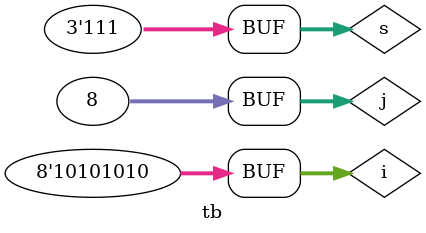
<source format=v>

`timescale 1ns/1ps
module tb;
  
reg [7:0]i;
reg [2:0]s;
wire y;
  integer j;
mux8x1 ins1(i,s,y);
  
  initial begin 
    $monitor("simtime=%0g, i=%b, s=%b, y=%b", $time, i, s, y);
    i=8'b1010_1010;
    for(j=0;j<=7;j=j+1) begin 
      s=j;
      #5;
    end
    end
endmodule
</source>
